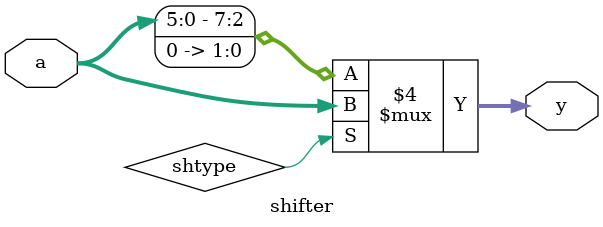
<source format=sv>
`timescale 1ns / 1ps
module shifter(input  logic [7:0] a,

 output logic [7:0] y);
logic shtype;
 // shift left by 2
always_comb
case(shtype)
2'b00:y=a<<2'b10;
default:y=a;
endcase
endmodule

</source>
